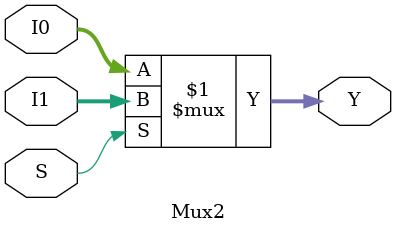
<source format=v>
`timescale 1ns / 1ps

module Mux2(
    input S,
    input [1023:0] I0,
    input [1023:0] I1,
    
    output [1023:0] Y
);
  
  assign Y = S? I1 : I0;  
  
endmodule

</source>
